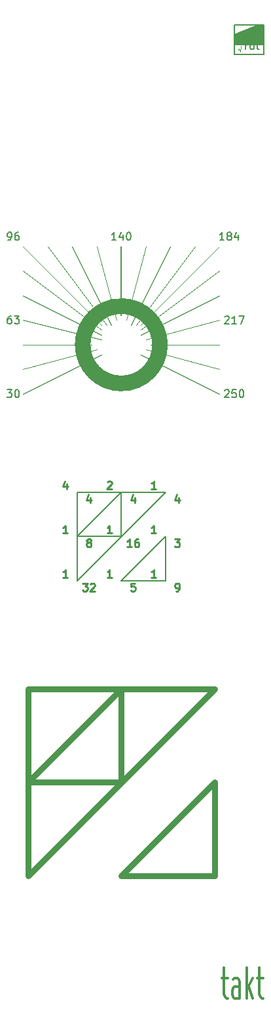
<source format=gbr>
G04 #@! TF.GenerationSoftware,KiCad,Pcbnew,(5.1.2)-1*
G04 #@! TF.CreationDate,2019-05-08T00:12:38+02:00*
G04 #@! TF.ProjectId,takt-panel,74616b74-2d70-4616-9e65-6c2e6b696361,rev?*
G04 #@! TF.SameCoordinates,Original*
G04 #@! TF.FileFunction,Soldermask,Top*
G04 #@! TF.FilePolarity,Negative*
%FSLAX46Y46*%
G04 Gerber Fmt 4.6, Leading zero omitted, Abs format (unit mm)*
G04 Created by KiCad (PCBNEW (5.1.2)-1) date 2019-05-08 00:12:38*
%MOMM*%
%LPD*%
G04 APERTURE LIST*
%ADD10C,0.300000*%
%ADD11C,0.120000*%
%ADD12C,0.150000*%
%ADD13C,0.200000*%
%ADD14C,0.800000*%
%ADD15C,2.000000*%
%ADD16C,0.250000*%
G04 APERTURE END LIST*
D10*
X140017833Y-145256357D02*
X140779738Y-145256357D01*
X140303547Y-143923023D02*
X140303547Y-147351595D01*
X140398785Y-147732547D01*
X140589261Y-147923023D01*
X140779738Y-147923023D01*
X142303547Y-147923023D02*
X142303547Y-145827785D01*
X142208309Y-145446833D01*
X142017833Y-145256357D01*
X141636880Y-145256357D01*
X141446404Y-145446833D01*
X142303547Y-147732547D02*
X142113071Y-147923023D01*
X141636880Y-147923023D01*
X141446404Y-147732547D01*
X141351166Y-147351595D01*
X141351166Y-146970642D01*
X141446404Y-146589690D01*
X141636880Y-146399214D01*
X142113071Y-146399214D01*
X142303547Y-146208738D01*
X143255928Y-147923023D02*
X143255928Y-143923023D01*
X143446404Y-146399214D02*
X144017833Y-147923023D01*
X144017833Y-145256357D02*
X143255928Y-146780166D01*
X144589261Y-145256357D02*
X145351166Y-145256357D01*
X144874976Y-143923023D02*
X144874976Y-147351595D01*
X144970214Y-147732547D01*
X145160690Y-147923023D01*
X145351166Y-147923023D01*
D11*
X142367000Y-25654000D02*
X142430500Y-24892000D01*
D12*
X143081476Y-25344380D02*
X143081476Y-24677714D01*
X143081476Y-24868190D02*
X143129095Y-24772952D01*
X143176714Y-24725333D01*
X143271952Y-24677714D01*
X143367190Y-24677714D01*
X143843380Y-25344380D02*
X143748142Y-25296761D01*
X143700523Y-25249142D01*
X143652904Y-25153904D01*
X143652904Y-24868190D01*
X143700523Y-24772952D01*
X143748142Y-24725333D01*
X143843380Y-24677714D01*
X143986238Y-24677714D01*
X144081476Y-24725333D01*
X144129095Y-24772952D01*
X144176714Y-24868190D01*
X144176714Y-25153904D01*
X144129095Y-25249142D01*
X144081476Y-25296761D01*
X143986238Y-25344380D01*
X143843380Y-25344380D01*
X144462428Y-24677714D02*
X144843380Y-24677714D01*
X144605285Y-24344380D02*
X144605285Y-25201523D01*
X144652904Y-25296761D01*
X144748142Y-25344380D01*
X144843380Y-25344380D01*
D11*
X142367000Y-25654000D02*
X142240000Y-25273000D01*
X142240000Y-25273000D02*
X142113000Y-25400000D01*
D13*
X145415000Y-26035000D02*
X145415000Y-22225000D01*
X141605000Y-26035000D02*
X141605000Y-22225000D01*
X141605000Y-26035000D02*
X145415000Y-26035000D01*
X141605000Y-22225000D02*
X145415000Y-22225000D01*
G36*
X145415000Y-22860000D02*
G01*
X145415000Y-24765000D01*
X141605000Y-24765000D01*
X141605000Y-23495000D01*
X144780000Y-22225000D01*
X145415000Y-22860000D01*
G37*
X145415000Y-22860000D02*
X145415000Y-24765000D01*
X141605000Y-24765000D01*
X141605000Y-23495000D01*
X144780000Y-22225000D01*
X145415000Y-22860000D01*
G36*
X145415000Y-22860000D02*
G01*
X144780000Y-22225000D01*
X145415000Y-22225000D01*
X145415000Y-22860000D01*
G37*
X145415000Y-22860000D02*
X144780000Y-22225000D01*
X145415000Y-22225000D01*
X145415000Y-22860000D01*
D14*
X114935000Y-132080000D02*
X139065000Y-107950000D01*
X127000000Y-132080000D02*
X139065000Y-120015000D01*
X127000000Y-107950000D02*
X127000000Y-120015000D01*
X139065000Y-120015000D02*
X139065000Y-132080000D01*
X139065000Y-107950000D02*
X114935000Y-107950000D01*
X127000000Y-120015000D02*
X114935000Y-120015000D01*
X114935000Y-107950000D02*
X114935000Y-132080000D01*
X114935000Y-120015000D02*
X127000000Y-107950000D01*
X139065000Y-132080000D02*
X127000000Y-132080000D01*
D12*
X112744285Y-59777380D02*
X112553809Y-59777380D01*
X112458571Y-59825000D01*
X112410952Y-59872619D01*
X112315714Y-60015476D01*
X112268095Y-60205952D01*
X112268095Y-60586904D01*
X112315714Y-60682142D01*
X112363333Y-60729761D01*
X112458571Y-60777380D01*
X112649047Y-60777380D01*
X112744285Y-60729761D01*
X112791904Y-60682142D01*
X112839523Y-60586904D01*
X112839523Y-60348809D01*
X112791904Y-60253571D01*
X112744285Y-60205952D01*
X112649047Y-60158333D01*
X112458571Y-60158333D01*
X112363333Y-60205952D01*
X112315714Y-60253571D01*
X112268095Y-60348809D01*
X113172857Y-59777380D02*
X113791904Y-59777380D01*
X113458571Y-60158333D01*
X113601428Y-60158333D01*
X113696666Y-60205952D01*
X113744285Y-60253571D01*
X113791904Y-60348809D01*
X113791904Y-60586904D01*
X113744285Y-60682142D01*
X113696666Y-60729761D01*
X113601428Y-60777380D01*
X113315714Y-60777380D01*
X113220476Y-60729761D01*
X113172857Y-60682142D01*
X140366904Y-59872619D02*
X140414523Y-59825000D01*
X140509761Y-59777380D01*
X140747857Y-59777380D01*
X140843095Y-59825000D01*
X140890714Y-59872619D01*
X140938333Y-59967857D01*
X140938333Y-60063095D01*
X140890714Y-60205952D01*
X140319285Y-60777380D01*
X140938333Y-60777380D01*
X141890714Y-60777380D02*
X141319285Y-60777380D01*
X141605000Y-60777380D02*
X141605000Y-59777380D01*
X141509761Y-59920238D01*
X141414523Y-60015476D01*
X141319285Y-60063095D01*
X142224047Y-59777380D02*
X142890714Y-59777380D01*
X142462142Y-60777380D01*
X140303333Y-49982380D02*
X139731904Y-49982380D01*
X140017619Y-49982380D02*
X140017619Y-48982380D01*
X139922380Y-49125238D01*
X139827142Y-49220476D01*
X139731904Y-49268095D01*
X140874761Y-49410952D02*
X140779523Y-49363333D01*
X140731904Y-49315714D01*
X140684285Y-49220476D01*
X140684285Y-49172857D01*
X140731904Y-49077619D01*
X140779523Y-49030000D01*
X140874761Y-48982380D01*
X141065238Y-48982380D01*
X141160476Y-49030000D01*
X141208095Y-49077619D01*
X141255714Y-49172857D01*
X141255714Y-49220476D01*
X141208095Y-49315714D01*
X141160476Y-49363333D01*
X141065238Y-49410952D01*
X140874761Y-49410952D01*
X140779523Y-49458571D01*
X140731904Y-49506190D01*
X140684285Y-49601428D01*
X140684285Y-49791904D01*
X140731904Y-49887142D01*
X140779523Y-49934761D01*
X140874761Y-49982380D01*
X141065238Y-49982380D01*
X141160476Y-49934761D01*
X141208095Y-49887142D01*
X141255714Y-49791904D01*
X141255714Y-49601428D01*
X141208095Y-49506190D01*
X141160476Y-49458571D01*
X141065238Y-49410952D01*
X142112857Y-49315714D02*
X142112857Y-49982380D01*
X141874761Y-48934761D02*
X141636666Y-49649047D01*
X142255714Y-49649047D01*
X112363333Y-49982380D02*
X112553809Y-49982380D01*
X112649047Y-49934761D01*
X112696666Y-49887142D01*
X112791904Y-49744285D01*
X112839523Y-49553809D01*
X112839523Y-49172857D01*
X112791904Y-49077619D01*
X112744285Y-49030000D01*
X112649047Y-48982380D01*
X112458571Y-48982380D01*
X112363333Y-49030000D01*
X112315714Y-49077619D01*
X112268095Y-49172857D01*
X112268095Y-49410952D01*
X112315714Y-49506190D01*
X112363333Y-49553809D01*
X112458571Y-49601428D01*
X112649047Y-49601428D01*
X112744285Y-49553809D01*
X112791904Y-49506190D01*
X112839523Y-49410952D01*
X113696666Y-48982380D02*
X113506190Y-48982380D01*
X113410952Y-49030000D01*
X113363333Y-49077619D01*
X113268095Y-49220476D01*
X113220476Y-49410952D01*
X113220476Y-49791904D01*
X113268095Y-49887142D01*
X113315714Y-49934761D01*
X113410952Y-49982380D01*
X113601428Y-49982380D01*
X113696666Y-49934761D01*
X113744285Y-49887142D01*
X113791904Y-49791904D01*
X113791904Y-49553809D01*
X113744285Y-49458571D01*
X113696666Y-49410952D01*
X113601428Y-49363333D01*
X113410952Y-49363333D01*
X113315714Y-49410952D01*
X113268095Y-49458571D01*
X113220476Y-49553809D01*
X126333333Y-49982380D02*
X125761904Y-49982380D01*
X126047619Y-49982380D02*
X126047619Y-48982380D01*
X125952380Y-49125238D01*
X125857142Y-49220476D01*
X125761904Y-49268095D01*
X127190476Y-49315714D02*
X127190476Y-49982380D01*
X126952380Y-48934761D02*
X126714285Y-49649047D01*
X127333333Y-49649047D01*
X127904761Y-48982380D02*
X128000000Y-48982380D01*
X128095238Y-49030000D01*
X128142857Y-49077619D01*
X128190476Y-49172857D01*
X128238095Y-49363333D01*
X128238095Y-49601428D01*
X128190476Y-49791904D01*
X128142857Y-49887142D01*
X128095238Y-49934761D01*
X128000000Y-49982380D01*
X127904761Y-49982380D01*
X127809523Y-49934761D01*
X127761904Y-49887142D01*
X127714285Y-49791904D01*
X127666666Y-49601428D01*
X127666666Y-49363333D01*
X127714285Y-49172857D01*
X127761904Y-49077619D01*
X127809523Y-49030000D01*
X127904761Y-48982380D01*
X140366904Y-69397619D02*
X140414523Y-69350000D01*
X140509761Y-69302380D01*
X140747857Y-69302380D01*
X140843095Y-69350000D01*
X140890714Y-69397619D01*
X140938333Y-69492857D01*
X140938333Y-69588095D01*
X140890714Y-69730952D01*
X140319285Y-70302380D01*
X140938333Y-70302380D01*
X141843095Y-69302380D02*
X141366904Y-69302380D01*
X141319285Y-69778571D01*
X141366904Y-69730952D01*
X141462142Y-69683333D01*
X141700238Y-69683333D01*
X141795476Y-69730952D01*
X141843095Y-69778571D01*
X141890714Y-69873809D01*
X141890714Y-70111904D01*
X141843095Y-70207142D01*
X141795476Y-70254761D01*
X141700238Y-70302380D01*
X141462142Y-70302380D01*
X141366904Y-70254761D01*
X141319285Y-70207142D01*
X142509761Y-69302380D02*
X142605000Y-69302380D01*
X142700238Y-69350000D01*
X142747857Y-69397619D01*
X142795476Y-69492857D01*
X142843095Y-69683333D01*
X142843095Y-69921428D01*
X142795476Y-70111904D01*
X142747857Y-70207142D01*
X142700238Y-70254761D01*
X142605000Y-70302380D01*
X142509761Y-70302380D01*
X142414523Y-70254761D01*
X142366904Y-70207142D01*
X142319285Y-70111904D01*
X142271666Y-69921428D01*
X142271666Y-69683333D01*
X142319285Y-69492857D01*
X142366904Y-69397619D01*
X142414523Y-69350000D01*
X142509761Y-69302380D01*
X112220476Y-69302380D02*
X112839523Y-69302380D01*
X112506190Y-69683333D01*
X112649047Y-69683333D01*
X112744285Y-69730952D01*
X112791904Y-69778571D01*
X112839523Y-69873809D01*
X112839523Y-70111904D01*
X112791904Y-70207142D01*
X112744285Y-70254761D01*
X112649047Y-70302380D01*
X112363333Y-70302380D01*
X112268095Y-70254761D01*
X112220476Y-70207142D01*
X113458571Y-69302380D02*
X113553809Y-69302380D01*
X113649047Y-69350000D01*
X113696666Y-69397619D01*
X113744285Y-69492857D01*
X113791904Y-69683333D01*
X113791904Y-69921428D01*
X113744285Y-70111904D01*
X113696666Y-70207142D01*
X113649047Y-70254761D01*
X113553809Y-70302380D01*
X113458571Y-70302380D01*
X113363333Y-70254761D01*
X113315714Y-70207142D01*
X113268095Y-70111904D01*
X113220476Y-69921428D01*
X113220476Y-69683333D01*
X113268095Y-69492857D01*
X113315714Y-69397619D01*
X113363333Y-69350000D01*
X113458571Y-69302380D01*
D15*
X132000000Y-63500000D02*
G75*
G03X132000000Y-63500000I-5000000J0D01*
G01*
D11*
X130175000Y-64135000D02*
X139700000Y-66675000D01*
X130175000Y-50800000D02*
X127635000Y-60325000D01*
X114300000Y-69850000D02*
X124460000Y-64770000D01*
X114300000Y-66675000D02*
X123825000Y-64135000D01*
X114300000Y-60325000D02*
X124460000Y-62865000D01*
X114300000Y-53975000D02*
X124460000Y-61595000D01*
X114300000Y-50800000D02*
X124460000Y-60960000D01*
X114300000Y-63500000D02*
X123190000Y-63500000D01*
X117475000Y-50800000D02*
X125095000Y-60960000D01*
X114300000Y-57150000D02*
X124460000Y-62230000D01*
X120650000Y-50800000D02*
X125730000Y-60960000D01*
X123825000Y-50800000D02*
X126365000Y-60325000D01*
X139700000Y-60325000D02*
X130175000Y-62865000D01*
X139700000Y-53975000D02*
X129540000Y-61595000D01*
X129540000Y-60960000D02*
X139700000Y-50800000D01*
X133350000Y-50800000D02*
X128270000Y-60960000D01*
D13*
X127000000Y-59690000D02*
X127000000Y-50800000D01*
D11*
X139700000Y-57150000D02*
X129540000Y-62230000D01*
X136525000Y-50800000D02*
X128905000Y-60960000D01*
X130810000Y-63500000D02*
X139700000Y-63500000D01*
X139700000Y-69850000D02*
X129540000Y-64770000D01*
D12*
X132715000Y-88265000D02*
X127000000Y-93980000D01*
X132715000Y-93980000D02*
X132715000Y-88265000D01*
X127000000Y-93980000D02*
X132715000Y-93980000D01*
X127000000Y-82550000D02*
X127000000Y-88265000D01*
X121285000Y-88265000D02*
X127000000Y-82550000D01*
X127000000Y-88265000D02*
X121285000Y-88265000D01*
X121285000Y-82550000D02*
X121285000Y-93980000D01*
X132715000Y-82550000D02*
X121285000Y-82550000D01*
X121285000Y-93980000D02*
X132715000Y-82550000D01*
D16*
X120046904Y-93557380D02*
X119475476Y-93557380D01*
X119761190Y-93557380D02*
X119761190Y-92557380D01*
X119665952Y-92700238D01*
X119570714Y-92795476D01*
X119475476Y-92843095D01*
X121999285Y-94307380D02*
X122618333Y-94307380D01*
X122285000Y-94688333D01*
X122427857Y-94688333D01*
X122523095Y-94735952D01*
X122570714Y-94783571D01*
X122618333Y-94878809D01*
X122618333Y-95116904D01*
X122570714Y-95212142D01*
X122523095Y-95259761D01*
X122427857Y-95307380D01*
X122142142Y-95307380D01*
X122046904Y-95259761D01*
X121999285Y-95212142D01*
X122999285Y-94402619D02*
X123046904Y-94355000D01*
X123142142Y-94307380D01*
X123380238Y-94307380D01*
X123475476Y-94355000D01*
X123523095Y-94402619D01*
X123570714Y-94497857D01*
X123570714Y-94593095D01*
X123523095Y-94735952D01*
X122951666Y-95307380D01*
X123570714Y-95307380D01*
X125761904Y-93557380D02*
X125190476Y-93557380D01*
X125476190Y-93557380D02*
X125476190Y-92557380D01*
X125380952Y-92700238D01*
X125285714Y-92795476D01*
X125190476Y-92843095D01*
X128761904Y-94307380D02*
X128285714Y-94307380D01*
X128238095Y-94783571D01*
X128285714Y-94735952D01*
X128380952Y-94688333D01*
X128619047Y-94688333D01*
X128714285Y-94735952D01*
X128761904Y-94783571D01*
X128809523Y-94878809D01*
X128809523Y-95116904D01*
X128761904Y-95212142D01*
X128714285Y-95259761D01*
X128619047Y-95307380D01*
X128380952Y-95307380D01*
X128285714Y-95259761D01*
X128238095Y-95212142D01*
X131476904Y-93557380D02*
X130905476Y-93557380D01*
X131191190Y-93557380D02*
X131191190Y-92557380D01*
X131095952Y-92700238D01*
X131000714Y-92795476D01*
X130905476Y-92843095D01*
X134048333Y-95307380D02*
X134238809Y-95307380D01*
X134334047Y-95259761D01*
X134381666Y-95212142D01*
X134476904Y-95069285D01*
X134524523Y-94878809D01*
X134524523Y-94497857D01*
X134476904Y-94402619D01*
X134429285Y-94355000D01*
X134334047Y-94307380D01*
X134143571Y-94307380D01*
X134048333Y-94355000D01*
X134000714Y-94402619D01*
X133953095Y-94497857D01*
X133953095Y-94735952D01*
X134000714Y-94831190D01*
X134048333Y-94878809D01*
X134143571Y-94926428D01*
X134334047Y-94926428D01*
X134429285Y-94878809D01*
X134476904Y-94831190D01*
X134524523Y-94735952D01*
X131476904Y-87842380D02*
X130905476Y-87842380D01*
X131191190Y-87842380D02*
X131191190Y-86842380D01*
X131095952Y-86985238D01*
X131000714Y-87080476D01*
X130905476Y-87128095D01*
X133905476Y-88592380D02*
X134524523Y-88592380D01*
X134191190Y-88973333D01*
X134334047Y-88973333D01*
X134429285Y-89020952D01*
X134476904Y-89068571D01*
X134524523Y-89163809D01*
X134524523Y-89401904D01*
X134476904Y-89497142D01*
X134429285Y-89544761D01*
X134334047Y-89592380D01*
X134048333Y-89592380D01*
X133953095Y-89544761D01*
X133905476Y-89497142D01*
X125761904Y-87842380D02*
X125190476Y-87842380D01*
X125476190Y-87842380D02*
X125476190Y-86842380D01*
X125380952Y-86985238D01*
X125285714Y-87080476D01*
X125190476Y-87128095D01*
X128333333Y-89592380D02*
X127761904Y-89592380D01*
X128047619Y-89592380D02*
X128047619Y-88592380D01*
X127952380Y-88735238D01*
X127857142Y-88830476D01*
X127761904Y-88878095D01*
X129190476Y-88592380D02*
X129000000Y-88592380D01*
X128904761Y-88640000D01*
X128857142Y-88687619D01*
X128761904Y-88830476D01*
X128714285Y-89020952D01*
X128714285Y-89401904D01*
X128761904Y-89497142D01*
X128809523Y-89544761D01*
X128904761Y-89592380D01*
X129095238Y-89592380D01*
X129190476Y-89544761D01*
X129238095Y-89497142D01*
X129285714Y-89401904D01*
X129285714Y-89163809D01*
X129238095Y-89068571D01*
X129190476Y-89020952D01*
X129095238Y-88973333D01*
X128904761Y-88973333D01*
X128809523Y-89020952D01*
X128761904Y-89068571D01*
X128714285Y-89163809D01*
X120046904Y-87842380D02*
X119475476Y-87842380D01*
X119761190Y-87842380D02*
X119761190Y-86842380D01*
X119665952Y-86985238D01*
X119570714Y-87080476D01*
X119475476Y-87128095D01*
X122713571Y-89020952D02*
X122618333Y-88973333D01*
X122570714Y-88925714D01*
X122523095Y-88830476D01*
X122523095Y-88782857D01*
X122570714Y-88687619D01*
X122618333Y-88640000D01*
X122713571Y-88592380D01*
X122904047Y-88592380D01*
X122999285Y-88640000D01*
X123046904Y-88687619D01*
X123094523Y-88782857D01*
X123094523Y-88830476D01*
X123046904Y-88925714D01*
X122999285Y-88973333D01*
X122904047Y-89020952D01*
X122713571Y-89020952D01*
X122618333Y-89068571D01*
X122570714Y-89116190D01*
X122523095Y-89211428D01*
X122523095Y-89401904D01*
X122570714Y-89497142D01*
X122618333Y-89544761D01*
X122713571Y-89592380D01*
X122904047Y-89592380D01*
X122999285Y-89544761D01*
X123046904Y-89497142D01*
X123094523Y-89401904D01*
X123094523Y-89211428D01*
X123046904Y-89116190D01*
X122999285Y-89068571D01*
X122904047Y-89020952D01*
X131476904Y-82127380D02*
X130905476Y-82127380D01*
X131191190Y-82127380D02*
X131191190Y-81127380D01*
X131095952Y-81270238D01*
X131000714Y-81365476D01*
X130905476Y-81413095D01*
X134429285Y-83210714D02*
X134429285Y-83877380D01*
X134191190Y-82829761D02*
X133953095Y-83544047D01*
X134572142Y-83544047D01*
X125190476Y-81222619D02*
X125238095Y-81175000D01*
X125333333Y-81127380D01*
X125571428Y-81127380D01*
X125666666Y-81175000D01*
X125714285Y-81222619D01*
X125761904Y-81317857D01*
X125761904Y-81413095D01*
X125714285Y-81555952D01*
X125142857Y-82127380D01*
X125761904Y-82127380D01*
X128714285Y-83210714D02*
X128714285Y-83877380D01*
X128476190Y-82829761D02*
X128238095Y-83544047D01*
X128857142Y-83544047D01*
X119951666Y-81460714D02*
X119951666Y-82127380D01*
X119713571Y-81079761D02*
X119475476Y-81794047D01*
X120094523Y-81794047D01*
X122999285Y-83210714D02*
X122999285Y-83877380D01*
X122761190Y-82829761D02*
X122523095Y-83544047D01*
X123142142Y-83544047D01*
M02*

</source>
